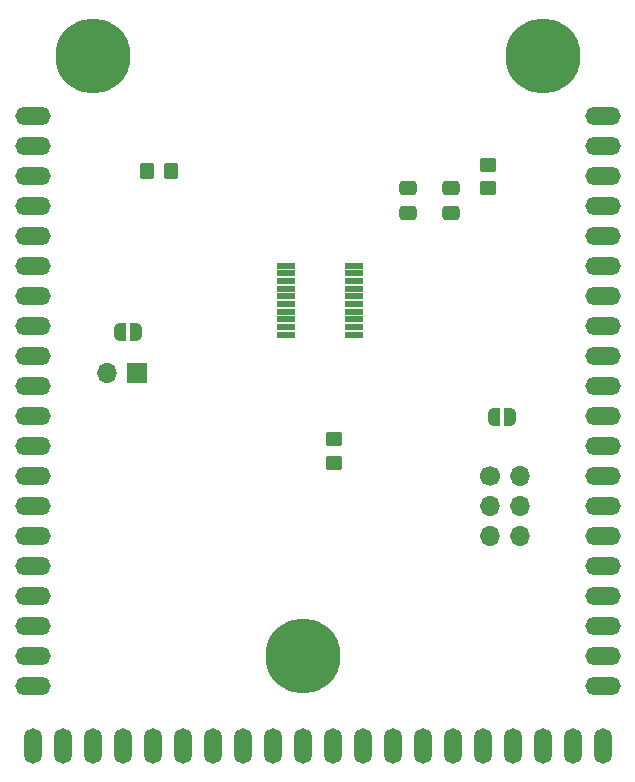
<source format=gbr>
%TF.GenerationSoftware,KiCad,Pcbnew,7.0.9*%
%TF.CreationDate,2024-03-17T14:06:55-07:00*%
%TF.ProjectId,n76e003-ufo-target-board,6e373665-3030-4332-9d75-666f2d746172,rev?*%
%TF.SameCoordinates,Original*%
%TF.FileFunction,Soldermask,Top*%
%TF.FilePolarity,Negative*%
%FSLAX46Y46*%
G04 Gerber Fmt 4.6, Leading zero omitted, Abs format (unit mm)*
G04 Created by KiCad (PCBNEW 7.0.9) date 2024-03-17 14:06:55*
%MOMM*%
%LPD*%
G01*
G04 APERTURE LIST*
G04 Aperture macros list*
%AMRoundRect*
0 Rectangle with rounded corners*
0 $1 Rounding radius*
0 $2 $3 $4 $5 $6 $7 $8 $9 X,Y pos of 4 corners*
0 Add a 4 corners polygon primitive as box body*
4,1,4,$2,$3,$4,$5,$6,$7,$8,$9,$2,$3,0*
0 Add four circle primitives for the rounded corners*
1,1,$1+$1,$2,$3*
1,1,$1+$1,$4,$5*
1,1,$1+$1,$6,$7*
1,1,$1+$1,$8,$9*
0 Add four rect primitives between the rounded corners*
20,1,$1+$1,$2,$3,$4,$5,0*
20,1,$1+$1,$4,$5,$6,$7,0*
20,1,$1+$1,$6,$7,$8,$9,0*
20,1,$1+$1,$8,$9,$2,$3,0*%
%AMFreePoly0*
4,1,19,0.500000,-0.750000,0.000000,-0.750000,0.000000,-0.744911,-0.071157,-0.744911,-0.207708,-0.704816,-0.327430,-0.627875,-0.420627,-0.520320,-0.479746,-0.390866,-0.500000,-0.250000,-0.500000,0.250000,-0.479746,0.390866,-0.420627,0.520320,-0.327430,0.627875,-0.207708,0.704816,-0.071157,0.744911,0.000000,0.744911,0.000000,0.750000,0.500000,0.750000,0.500000,-0.750000,0.500000,-0.750000,
$1*%
%AMFreePoly1*
4,1,19,0.000000,0.744911,0.071157,0.744911,0.207708,0.704816,0.327430,0.627875,0.420627,0.520320,0.479746,0.390866,0.500000,0.250000,0.500000,-0.250000,0.479746,-0.390866,0.420627,-0.520320,0.327430,-0.627875,0.207708,-0.704816,0.071157,-0.744911,0.000000,-0.744911,0.000000,-0.750000,-0.500000,-0.750000,-0.500000,0.750000,0.000000,0.750000,0.000000,0.744911,0.000000,0.744911,
$1*%
G04 Aperture macros list end*
%ADD10RoundRect,0.250000X-0.475000X0.337500X-0.475000X-0.337500X0.475000X-0.337500X0.475000X0.337500X0*%
%ADD11RoundRect,0.250000X-0.450000X0.350000X-0.450000X-0.350000X0.450000X-0.350000X0.450000X0.350000X0*%
%ADD12C,1.700000*%
%ADD13O,1.700000X1.700000*%
%ADD14RoundRect,0.250000X0.350000X0.450000X-0.350000X0.450000X-0.350000X-0.450000X0.350000X-0.450000X0*%
%ADD15FreePoly0,180.000000*%
%ADD16FreePoly1,180.000000*%
%ADD17RoundRect,0.008200X0.731800X0.196800X-0.731800X0.196800X-0.731800X-0.196800X0.731800X-0.196800X0*%
%ADD18RoundRect,0.008200X-0.731800X-0.196800X0.731800X-0.196800X0.731800X0.196800X-0.731800X0.196800X0*%
%ADD19FreePoly0,0.000000*%
%ADD20FreePoly1,0.000000*%
%ADD21R,1.700000X1.700000*%
%ADD22O,2.997200X1.498600*%
%ADD23O,1.498600X2.997200*%
%ADD24C,6.350000*%
G04 APERTURE END LIST*
D10*
%TO.C,C2*%
X156325000Y-81962500D03*
X156325000Y-84037500D03*
%TD*%
D11*
%TO.C,R3*%
X150050000Y-103200000D03*
X150050000Y-105200000D03*
%TD*%
D12*
%TO.C,JP1*%
X163325000Y-106304200D03*
D13*
X165865000Y-106304200D03*
X163325000Y-108844200D03*
X165865000Y-108844200D03*
X163325000Y-111384200D03*
X165865000Y-111384200D03*
%TD*%
D14*
%TO.C,R1*%
X136240000Y-80530000D03*
X134240000Y-80530000D03*
%TD*%
D11*
%TO.C,R2*%
X163102500Y-79965000D03*
X163102500Y-81965000D03*
%TD*%
D15*
%TO.C,JP4*%
X133300000Y-94150000D03*
D16*
X132000000Y-94150000D03*
%TD*%
D17*
%TO.C,U2*%
X151757500Y-94375000D03*
X151757500Y-93725000D03*
X151757500Y-93075000D03*
X151757500Y-92425000D03*
X151757500Y-91775000D03*
X151757500Y-91125000D03*
X151757500Y-90475000D03*
X151757500Y-89825000D03*
X151757500Y-89175000D03*
X151757500Y-88525000D03*
D18*
X146027500Y-88525000D03*
X146027500Y-89175000D03*
X146027500Y-89825000D03*
X146027500Y-90475000D03*
X146027500Y-91125000D03*
X146027500Y-91775000D03*
X146027500Y-92425000D03*
X146027500Y-93075000D03*
X146027500Y-93725000D03*
X146027500Y-94375000D03*
%TD*%
D19*
%TO.C,JP2*%
X163650000Y-101350000D03*
D20*
X164950000Y-101350000D03*
%TD*%
D21*
%TO.C,JP3*%
X133375000Y-97650000D03*
D13*
X130835000Y-97650000D03*
%TD*%
D10*
%TO.C,C1*%
X160000000Y-81962500D03*
X160000000Y-84037500D03*
%TD*%
D22*
%TO.C,J1*%
X124579500Y-75824200D03*
X124579500Y-78364200D03*
X124579500Y-80904200D03*
X124579500Y-83444200D03*
X124579500Y-85984200D03*
X124579500Y-88524200D03*
X124579500Y-91064200D03*
X124579500Y-93604200D03*
X124579500Y-96144200D03*
X124579500Y-98684200D03*
X124579500Y-101224200D03*
X124579500Y-103764200D03*
X124579500Y-106304200D03*
X124579500Y-108844200D03*
X124579500Y-111384200D03*
X124579500Y-113924200D03*
X124579500Y-116464200D03*
X124579500Y-119004200D03*
X124579500Y-121544200D03*
X124579500Y-124084200D03*
D23*
X124579500Y-129164200D03*
X127119500Y-129164200D03*
X129659500Y-129164200D03*
X132199500Y-129164200D03*
X134739500Y-129164200D03*
X137279500Y-129164200D03*
X139819500Y-129164200D03*
X142359500Y-129164200D03*
X144899500Y-129164200D03*
X147439500Y-129164200D03*
X149979500Y-129164200D03*
X152519500Y-129164200D03*
X155059500Y-129164200D03*
X157599500Y-129164200D03*
X160139500Y-129164200D03*
X162679500Y-129164200D03*
X165219500Y-129164200D03*
X167759500Y-129164200D03*
X170299500Y-129164200D03*
X172839500Y-129164200D03*
D22*
X172839500Y-75824200D03*
X172839500Y-78364200D03*
X172839500Y-80904200D03*
X172839500Y-83444200D03*
X172839500Y-85984200D03*
X172839500Y-88524200D03*
X172839500Y-91064200D03*
X172839500Y-93604200D03*
X172839500Y-96144200D03*
X172839500Y-98684200D03*
X172839500Y-101224200D03*
X172839500Y-103764200D03*
X172839500Y-106304200D03*
X172839500Y-108844200D03*
X172839500Y-111384200D03*
X172839500Y-113924200D03*
X172839500Y-116464200D03*
X172839500Y-119004200D03*
X172839500Y-121544200D03*
X172839500Y-124084200D03*
D24*
X129659500Y-70744200D03*
X167759500Y-70744200D03*
X147439500Y-121544200D03*
%TD*%
M02*

</source>
